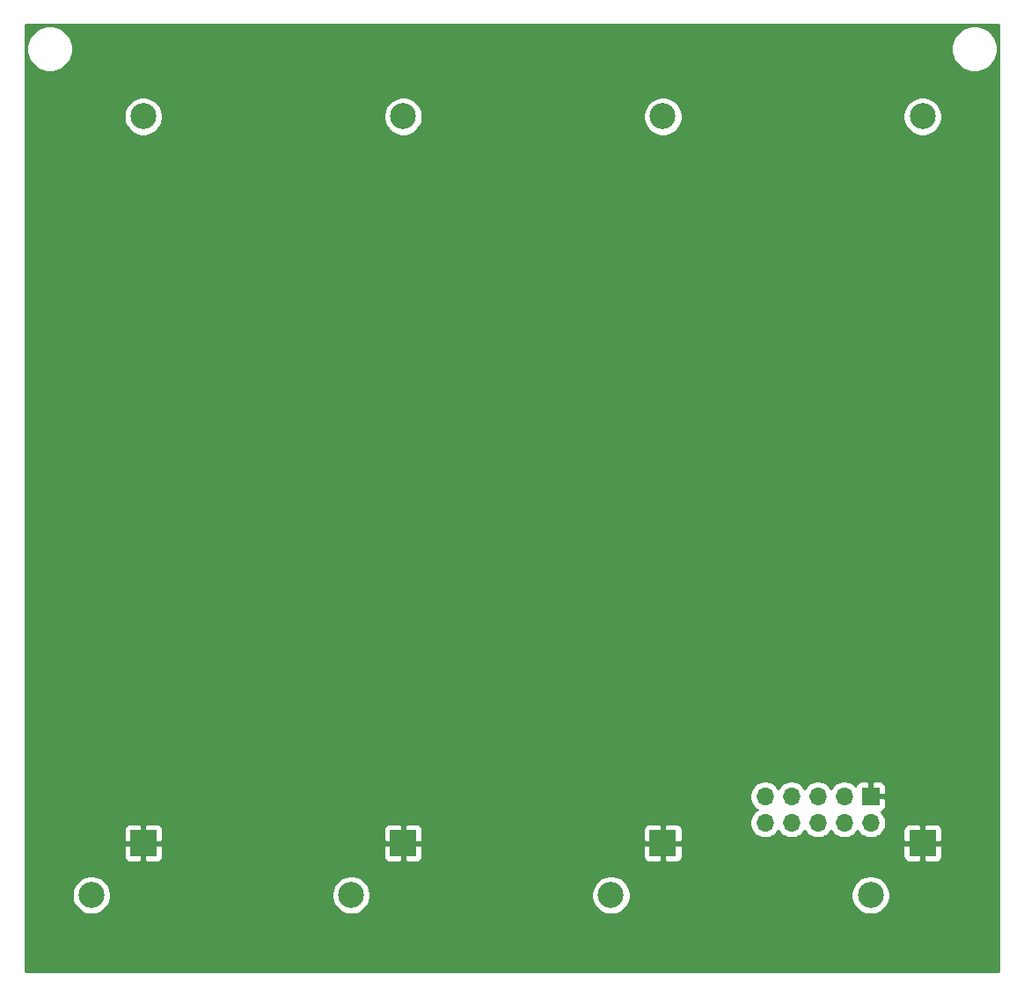
<source format=gbr>
%TF.GenerationSoftware,KiCad,Pcbnew,5.1.9-73d0e3b20d~88~ubuntu20.04.1*%
%TF.CreationDate,2021-04-01T10:52:46-04:00*%
%TF.ProjectId,ao_output,616f5f6f-7574-4707-9574-2e6b69636164,rev?*%
%TF.SameCoordinates,Original*%
%TF.FileFunction,Copper,L2,Bot*%
%TF.FilePolarity,Positive*%
%FSLAX46Y46*%
G04 Gerber Fmt 4.6, Leading zero omitted, Abs format (unit mm)*
G04 Created by KiCad (PCBNEW 5.1.9-73d0e3b20d~88~ubuntu20.04.1) date 2021-04-01 10:52:46*
%MOMM*%
%LPD*%
G01*
G04 APERTURE LIST*
%TA.AperFunction,ComponentPad*%
%ADD10O,1.700000X1.700000*%
%TD*%
%TA.AperFunction,ComponentPad*%
%ADD11R,1.700000X1.700000*%
%TD*%
%TA.AperFunction,ComponentPad*%
%ADD12R,2.500000X2.500000*%
%TD*%
%TA.AperFunction,ComponentPad*%
%ADD13C,2.500000*%
%TD*%
%TA.AperFunction,Conductor*%
%ADD14C,0.254000*%
%TD*%
%TA.AperFunction,Conductor*%
%ADD15C,0.100000*%
%TD*%
G04 APERTURE END LIST*
D10*
%TO.P,J11,10*%
%TO.N,IN4A*%
X-25660000Y-90040000D03*
%TO.P,J11,9*%
%TO.N,IN4*%
X-25660000Y-87500000D03*
%TO.P,J11,8*%
%TO.N,IN3A*%
X-23120000Y-90040000D03*
%TO.P,J11,7*%
%TO.N,IN3*%
X-23120000Y-87500000D03*
%TO.P,J11,6*%
%TO.N,IN2A*%
X-20580000Y-90040000D03*
%TO.P,J11,5*%
%TO.N,IN2*%
X-20580000Y-87500000D03*
%TO.P,J11,4*%
%TO.N,IN1A*%
X-18040000Y-90040000D03*
%TO.P,J11,3*%
%TO.N,IN1*%
X-18040000Y-87500000D03*
%TO.P,J11,2*%
%TO.N,Net-(J11-Pad2)*%
X-15500000Y-90040000D03*
D11*
%TO.P,J11,1*%
%TO.N,GND1*%
X-15500000Y-87500000D03*
%TD*%
D12*
%TO.P,RV2,1*%
%TO.N,GND1*%
X-35500000Y-92000000D03*
D13*
%TO.P,RV2,2*%
%TO.N,IN2A*%
X-40500000Y-97000000D03*
%TO.P,RV2,3*%
%TO.N,IN2*%
X-35500000Y-22000000D03*
%TD*%
D12*
%TO.P,RV1,1*%
%TO.N,GND1*%
X-10500000Y-92000000D03*
D13*
%TO.P,RV1,2*%
%TO.N,IN1A*%
X-15500000Y-97000000D03*
%TO.P,RV1,3*%
%TO.N,IN1*%
X-10500000Y-22000000D03*
%TD*%
D12*
%TO.P,RV4,1*%
%TO.N,GND1*%
X-85500000Y-92000000D03*
D13*
%TO.P,RV4,2*%
%TO.N,IN4A*%
X-90500000Y-97000000D03*
%TO.P,RV4,3*%
%TO.N,IN4*%
X-85500000Y-22000000D03*
%TD*%
D12*
%TO.P,RV3,1*%
%TO.N,GND1*%
X-60500000Y-92000000D03*
D13*
%TO.P,RV3,2*%
%TO.N,IN3A*%
X-65500000Y-97000000D03*
%TO.P,RV3,3*%
%TO.N,IN3*%
X-60500000Y-22000000D03*
%TD*%
D14*
%TO.N,GND1*%
X-3184999Y-104315000D02*
X-96815000Y-104315000D01*
X-96815000Y-96814344D01*
X-92385000Y-96814344D01*
X-92385000Y-97185656D01*
X-92312561Y-97549834D01*
X-92170466Y-97892882D01*
X-91964175Y-98201618D01*
X-91701618Y-98464175D01*
X-91392882Y-98670466D01*
X-91049834Y-98812561D01*
X-90685656Y-98885000D01*
X-90314344Y-98885000D01*
X-89950166Y-98812561D01*
X-89607118Y-98670466D01*
X-89298382Y-98464175D01*
X-89035825Y-98201618D01*
X-88829534Y-97892882D01*
X-88687439Y-97549834D01*
X-88615000Y-97185656D01*
X-88615000Y-96814344D01*
X-67385000Y-96814344D01*
X-67385000Y-97185656D01*
X-67312561Y-97549834D01*
X-67170466Y-97892882D01*
X-66964175Y-98201618D01*
X-66701618Y-98464175D01*
X-66392882Y-98670466D01*
X-66049834Y-98812561D01*
X-65685656Y-98885000D01*
X-65314344Y-98885000D01*
X-64950166Y-98812561D01*
X-64607118Y-98670466D01*
X-64298382Y-98464175D01*
X-64035825Y-98201618D01*
X-63829534Y-97892882D01*
X-63687439Y-97549834D01*
X-63615000Y-97185656D01*
X-63615000Y-96814344D01*
X-42385000Y-96814344D01*
X-42385000Y-97185656D01*
X-42312561Y-97549834D01*
X-42170466Y-97892882D01*
X-41964175Y-98201618D01*
X-41701618Y-98464175D01*
X-41392882Y-98670466D01*
X-41049834Y-98812561D01*
X-40685656Y-98885000D01*
X-40314344Y-98885000D01*
X-39950166Y-98812561D01*
X-39607118Y-98670466D01*
X-39298382Y-98464175D01*
X-39035825Y-98201618D01*
X-38829534Y-97892882D01*
X-38687439Y-97549834D01*
X-38615000Y-97185656D01*
X-38615000Y-96814344D01*
X-17385000Y-96814344D01*
X-17385000Y-97185656D01*
X-17312561Y-97549834D01*
X-17170466Y-97892882D01*
X-16964175Y-98201618D01*
X-16701618Y-98464175D01*
X-16392882Y-98670466D01*
X-16049834Y-98812561D01*
X-15685656Y-98885000D01*
X-15314344Y-98885000D01*
X-14950166Y-98812561D01*
X-14607118Y-98670466D01*
X-14298382Y-98464175D01*
X-14035825Y-98201618D01*
X-13829534Y-97892882D01*
X-13687439Y-97549834D01*
X-13615000Y-97185656D01*
X-13615000Y-96814344D01*
X-13687439Y-96450166D01*
X-13829534Y-96107118D01*
X-14035825Y-95798382D01*
X-14298382Y-95535825D01*
X-14607118Y-95329534D01*
X-14950166Y-95187439D01*
X-15314344Y-95115000D01*
X-15685656Y-95115000D01*
X-16049834Y-95187439D01*
X-16392882Y-95329534D01*
X-16701618Y-95535825D01*
X-16964175Y-95798382D01*
X-17170466Y-96107118D01*
X-17312561Y-96450166D01*
X-17385000Y-96814344D01*
X-38615000Y-96814344D01*
X-38687439Y-96450166D01*
X-38829534Y-96107118D01*
X-39035825Y-95798382D01*
X-39298382Y-95535825D01*
X-39607118Y-95329534D01*
X-39950166Y-95187439D01*
X-40314344Y-95115000D01*
X-40685656Y-95115000D01*
X-41049834Y-95187439D01*
X-41392882Y-95329534D01*
X-41701618Y-95535825D01*
X-41964175Y-95798382D01*
X-42170466Y-96107118D01*
X-42312561Y-96450166D01*
X-42385000Y-96814344D01*
X-63615000Y-96814344D01*
X-63687439Y-96450166D01*
X-63829534Y-96107118D01*
X-64035825Y-95798382D01*
X-64298382Y-95535825D01*
X-64607118Y-95329534D01*
X-64950166Y-95187439D01*
X-65314344Y-95115000D01*
X-65685656Y-95115000D01*
X-66049834Y-95187439D01*
X-66392882Y-95329534D01*
X-66701618Y-95535825D01*
X-66964175Y-95798382D01*
X-67170466Y-96107118D01*
X-67312561Y-96450166D01*
X-67385000Y-96814344D01*
X-88615000Y-96814344D01*
X-88687439Y-96450166D01*
X-88829534Y-96107118D01*
X-89035825Y-95798382D01*
X-89298382Y-95535825D01*
X-89607118Y-95329534D01*
X-89950166Y-95187439D01*
X-90314344Y-95115000D01*
X-90685656Y-95115000D01*
X-91049834Y-95187439D01*
X-91392882Y-95329534D01*
X-91701618Y-95535825D01*
X-91964175Y-95798382D01*
X-92170466Y-96107118D01*
X-92312561Y-96450166D01*
X-92385000Y-96814344D01*
X-96815000Y-96814344D01*
X-96815000Y-93250000D01*
X-87388072Y-93250000D01*
X-87375812Y-93374482D01*
X-87339502Y-93494180D01*
X-87280537Y-93604494D01*
X-87201185Y-93701185D01*
X-87104494Y-93780537D01*
X-86994180Y-93839502D01*
X-86874482Y-93875812D01*
X-86750000Y-93888072D01*
X-85785750Y-93885000D01*
X-85627000Y-93726250D01*
X-85627000Y-92127000D01*
X-85373000Y-92127000D01*
X-85373000Y-93726250D01*
X-85214250Y-93885000D01*
X-84250000Y-93888072D01*
X-84125518Y-93875812D01*
X-84005820Y-93839502D01*
X-83895506Y-93780537D01*
X-83798815Y-93701185D01*
X-83719463Y-93604494D01*
X-83660498Y-93494180D01*
X-83624188Y-93374482D01*
X-83611928Y-93250000D01*
X-62388072Y-93250000D01*
X-62375812Y-93374482D01*
X-62339502Y-93494180D01*
X-62280537Y-93604494D01*
X-62201185Y-93701185D01*
X-62104494Y-93780537D01*
X-61994180Y-93839502D01*
X-61874482Y-93875812D01*
X-61750000Y-93888072D01*
X-60785750Y-93885000D01*
X-60627000Y-93726250D01*
X-60627000Y-92127000D01*
X-60373000Y-92127000D01*
X-60373000Y-93726250D01*
X-60214250Y-93885000D01*
X-59250000Y-93888072D01*
X-59125518Y-93875812D01*
X-59005820Y-93839502D01*
X-58895506Y-93780537D01*
X-58798815Y-93701185D01*
X-58719463Y-93604494D01*
X-58660498Y-93494180D01*
X-58624188Y-93374482D01*
X-58611928Y-93250000D01*
X-37388072Y-93250000D01*
X-37375812Y-93374482D01*
X-37339502Y-93494180D01*
X-37280537Y-93604494D01*
X-37201185Y-93701185D01*
X-37104494Y-93780537D01*
X-36994180Y-93839502D01*
X-36874482Y-93875812D01*
X-36750000Y-93888072D01*
X-35785750Y-93885000D01*
X-35627000Y-93726250D01*
X-35627000Y-92127000D01*
X-35373000Y-92127000D01*
X-35373000Y-93726250D01*
X-35214250Y-93885000D01*
X-34250000Y-93888072D01*
X-34125518Y-93875812D01*
X-34005820Y-93839502D01*
X-33895506Y-93780537D01*
X-33798815Y-93701185D01*
X-33719463Y-93604494D01*
X-33660498Y-93494180D01*
X-33624188Y-93374482D01*
X-33611928Y-93250000D01*
X-12388072Y-93250000D01*
X-12375812Y-93374482D01*
X-12339502Y-93494180D01*
X-12280537Y-93604494D01*
X-12201185Y-93701185D01*
X-12104494Y-93780537D01*
X-11994180Y-93839502D01*
X-11874482Y-93875812D01*
X-11750000Y-93888072D01*
X-10785750Y-93885000D01*
X-10627000Y-93726250D01*
X-10627000Y-92127000D01*
X-10373000Y-92127000D01*
X-10373000Y-93726250D01*
X-10214250Y-93885000D01*
X-9250000Y-93888072D01*
X-9125518Y-93875812D01*
X-9005820Y-93839502D01*
X-8895506Y-93780537D01*
X-8798815Y-93701185D01*
X-8719463Y-93604494D01*
X-8660498Y-93494180D01*
X-8624188Y-93374482D01*
X-8611928Y-93250000D01*
X-8615000Y-92285750D01*
X-8773750Y-92127000D01*
X-10373000Y-92127000D01*
X-10627000Y-92127000D01*
X-12226250Y-92127000D01*
X-12385000Y-92285750D01*
X-12388072Y-93250000D01*
X-33611928Y-93250000D01*
X-33615000Y-92285750D01*
X-33773750Y-92127000D01*
X-35373000Y-92127000D01*
X-35627000Y-92127000D01*
X-37226250Y-92127000D01*
X-37385000Y-92285750D01*
X-37388072Y-93250000D01*
X-58611928Y-93250000D01*
X-58615000Y-92285750D01*
X-58773750Y-92127000D01*
X-60373000Y-92127000D01*
X-60627000Y-92127000D01*
X-62226250Y-92127000D01*
X-62385000Y-92285750D01*
X-62388072Y-93250000D01*
X-83611928Y-93250000D01*
X-83615000Y-92285750D01*
X-83773750Y-92127000D01*
X-85373000Y-92127000D01*
X-85627000Y-92127000D01*
X-87226250Y-92127000D01*
X-87385000Y-92285750D01*
X-87388072Y-93250000D01*
X-96815000Y-93250000D01*
X-96815000Y-90750000D01*
X-87388072Y-90750000D01*
X-87385000Y-91714250D01*
X-87226250Y-91873000D01*
X-85627000Y-91873000D01*
X-85627000Y-90273750D01*
X-85373000Y-90273750D01*
X-85373000Y-91873000D01*
X-83773750Y-91873000D01*
X-83615000Y-91714250D01*
X-83611928Y-90750000D01*
X-62388072Y-90750000D01*
X-62385000Y-91714250D01*
X-62226250Y-91873000D01*
X-60627000Y-91873000D01*
X-60627000Y-90273750D01*
X-60373000Y-90273750D01*
X-60373000Y-91873000D01*
X-58773750Y-91873000D01*
X-58615000Y-91714250D01*
X-58611928Y-90750000D01*
X-37388072Y-90750000D01*
X-37385000Y-91714250D01*
X-37226250Y-91873000D01*
X-35627000Y-91873000D01*
X-35627000Y-90273750D01*
X-35373000Y-90273750D01*
X-35373000Y-91873000D01*
X-33773750Y-91873000D01*
X-33615000Y-91714250D01*
X-33611928Y-90750000D01*
X-33624188Y-90625518D01*
X-33660498Y-90505820D01*
X-33719463Y-90395506D01*
X-33798815Y-90298815D01*
X-33895506Y-90219463D01*
X-34005820Y-90160498D01*
X-34125518Y-90124188D01*
X-34250000Y-90111928D01*
X-35214250Y-90115000D01*
X-35373000Y-90273750D01*
X-35627000Y-90273750D01*
X-35785750Y-90115000D01*
X-36750000Y-90111928D01*
X-36874482Y-90124188D01*
X-36994180Y-90160498D01*
X-37104494Y-90219463D01*
X-37201185Y-90298815D01*
X-37280537Y-90395506D01*
X-37339502Y-90505820D01*
X-37375812Y-90625518D01*
X-37388072Y-90750000D01*
X-58611928Y-90750000D01*
X-58624188Y-90625518D01*
X-58660498Y-90505820D01*
X-58719463Y-90395506D01*
X-58798815Y-90298815D01*
X-58895506Y-90219463D01*
X-59005820Y-90160498D01*
X-59125518Y-90124188D01*
X-59250000Y-90111928D01*
X-60214250Y-90115000D01*
X-60373000Y-90273750D01*
X-60627000Y-90273750D01*
X-60785750Y-90115000D01*
X-61750000Y-90111928D01*
X-61874482Y-90124188D01*
X-61994180Y-90160498D01*
X-62104494Y-90219463D01*
X-62201185Y-90298815D01*
X-62280537Y-90395506D01*
X-62339502Y-90505820D01*
X-62375812Y-90625518D01*
X-62388072Y-90750000D01*
X-83611928Y-90750000D01*
X-83624188Y-90625518D01*
X-83660498Y-90505820D01*
X-83719463Y-90395506D01*
X-83798815Y-90298815D01*
X-83895506Y-90219463D01*
X-84005820Y-90160498D01*
X-84125518Y-90124188D01*
X-84250000Y-90111928D01*
X-85214250Y-90115000D01*
X-85373000Y-90273750D01*
X-85627000Y-90273750D01*
X-85785750Y-90115000D01*
X-86750000Y-90111928D01*
X-86874482Y-90124188D01*
X-86994180Y-90160498D01*
X-87104494Y-90219463D01*
X-87201185Y-90298815D01*
X-87280537Y-90395506D01*
X-87339502Y-90505820D01*
X-87375812Y-90625518D01*
X-87388072Y-90750000D01*
X-96815000Y-90750000D01*
X-96815000Y-87353740D01*
X-27145000Y-87353740D01*
X-27145000Y-87646260D01*
X-27087932Y-87933158D01*
X-26975990Y-88203411D01*
X-26813475Y-88446632D01*
X-26606632Y-88653475D01*
X-26432240Y-88770000D01*
X-26606632Y-88886525D01*
X-26813475Y-89093368D01*
X-26975990Y-89336589D01*
X-27087932Y-89606842D01*
X-27145000Y-89893740D01*
X-27145000Y-90186260D01*
X-27087932Y-90473158D01*
X-26975990Y-90743411D01*
X-26813475Y-90986632D01*
X-26606632Y-91193475D01*
X-26363411Y-91355990D01*
X-26093158Y-91467932D01*
X-25806260Y-91525000D01*
X-25513740Y-91525000D01*
X-25226842Y-91467932D01*
X-24956589Y-91355990D01*
X-24713368Y-91193475D01*
X-24506525Y-90986632D01*
X-24390000Y-90812240D01*
X-24273475Y-90986632D01*
X-24066632Y-91193475D01*
X-23823411Y-91355990D01*
X-23553158Y-91467932D01*
X-23266260Y-91525000D01*
X-22973740Y-91525000D01*
X-22686842Y-91467932D01*
X-22416589Y-91355990D01*
X-22173368Y-91193475D01*
X-21966525Y-90986632D01*
X-21850000Y-90812240D01*
X-21733475Y-90986632D01*
X-21526632Y-91193475D01*
X-21283411Y-91355990D01*
X-21013158Y-91467932D01*
X-20726260Y-91525000D01*
X-20433740Y-91525000D01*
X-20146842Y-91467932D01*
X-19876589Y-91355990D01*
X-19633368Y-91193475D01*
X-19426525Y-90986632D01*
X-19310000Y-90812240D01*
X-19193475Y-90986632D01*
X-18986632Y-91193475D01*
X-18743411Y-91355990D01*
X-18473158Y-91467932D01*
X-18186260Y-91525000D01*
X-17893740Y-91525000D01*
X-17606842Y-91467932D01*
X-17336589Y-91355990D01*
X-17093368Y-91193475D01*
X-16886525Y-90986632D01*
X-16770000Y-90812240D01*
X-16653475Y-90986632D01*
X-16446632Y-91193475D01*
X-16203411Y-91355990D01*
X-15933158Y-91467932D01*
X-15646260Y-91525000D01*
X-15353740Y-91525000D01*
X-15066842Y-91467932D01*
X-14796589Y-91355990D01*
X-14553368Y-91193475D01*
X-14346525Y-90986632D01*
X-14188413Y-90750000D01*
X-12388072Y-90750000D01*
X-12385000Y-91714250D01*
X-12226250Y-91873000D01*
X-10627000Y-91873000D01*
X-10627000Y-90273750D01*
X-10373000Y-90273750D01*
X-10373000Y-91873000D01*
X-8773750Y-91873000D01*
X-8615000Y-91714250D01*
X-8611928Y-90750000D01*
X-8624188Y-90625518D01*
X-8660498Y-90505820D01*
X-8719463Y-90395506D01*
X-8798815Y-90298815D01*
X-8895506Y-90219463D01*
X-9005820Y-90160498D01*
X-9125518Y-90124188D01*
X-9250000Y-90111928D01*
X-10214250Y-90115000D01*
X-10373000Y-90273750D01*
X-10627000Y-90273750D01*
X-10785750Y-90115000D01*
X-11750000Y-90111928D01*
X-11874482Y-90124188D01*
X-11994180Y-90160498D01*
X-12104494Y-90219463D01*
X-12201185Y-90298815D01*
X-12280537Y-90395506D01*
X-12339502Y-90505820D01*
X-12375812Y-90625518D01*
X-12388072Y-90750000D01*
X-14188413Y-90750000D01*
X-14184010Y-90743411D01*
X-14072068Y-90473158D01*
X-14015000Y-90186260D01*
X-14015000Y-89893740D01*
X-14072068Y-89606842D01*
X-14184010Y-89336589D01*
X-14346525Y-89093368D01*
X-14478380Y-88961513D01*
X-14405820Y-88939502D01*
X-14295506Y-88880537D01*
X-14198815Y-88801185D01*
X-14119463Y-88704494D01*
X-14060498Y-88594180D01*
X-14024188Y-88474482D01*
X-14011928Y-88350000D01*
X-14015000Y-87785750D01*
X-14173750Y-87627000D01*
X-15373000Y-87627000D01*
X-15373000Y-87647000D01*
X-15627000Y-87647000D01*
X-15627000Y-87627000D01*
X-15647000Y-87627000D01*
X-15647000Y-87373000D01*
X-15627000Y-87373000D01*
X-15627000Y-86173750D01*
X-15373000Y-86173750D01*
X-15373000Y-87373000D01*
X-14173750Y-87373000D01*
X-14015000Y-87214250D01*
X-14011928Y-86650000D01*
X-14024188Y-86525518D01*
X-14060498Y-86405820D01*
X-14119463Y-86295506D01*
X-14198815Y-86198815D01*
X-14295506Y-86119463D01*
X-14405820Y-86060498D01*
X-14525518Y-86024188D01*
X-14650000Y-86011928D01*
X-15214250Y-86015000D01*
X-15373000Y-86173750D01*
X-15627000Y-86173750D01*
X-15785750Y-86015000D01*
X-16350000Y-86011928D01*
X-16474482Y-86024188D01*
X-16594180Y-86060498D01*
X-16704494Y-86119463D01*
X-16801185Y-86198815D01*
X-16880537Y-86295506D01*
X-16939502Y-86405820D01*
X-16961513Y-86478380D01*
X-17093368Y-86346525D01*
X-17336589Y-86184010D01*
X-17606842Y-86072068D01*
X-17893740Y-86015000D01*
X-18186260Y-86015000D01*
X-18473158Y-86072068D01*
X-18743411Y-86184010D01*
X-18986632Y-86346525D01*
X-19193475Y-86553368D01*
X-19310000Y-86727760D01*
X-19426525Y-86553368D01*
X-19633368Y-86346525D01*
X-19876589Y-86184010D01*
X-20146842Y-86072068D01*
X-20433740Y-86015000D01*
X-20726260Y-86015000D01*
X-21013158Y-86072068D01*
X-21283411Y-86184010D01*
X-21526632Y-86346525D01*
X-21733475Y-86553368D01*
X-21850000Y-86727760D01*
X-21966525Y-86553368D01*
X-22173368Y-86346525D01*
X-22416589Y-86184010D01*
X-22686842Y-86072068D01*
X-22973740Y-86015000D01*
X-23266260Y-86015000D01*
X-23553158Y-86072068D01*
X-23823411Y-86184010D01*
X-24066632Y-86346525D01*
X-24273475Y-86553368D01*
X-24390000Y-86727760D01*
X-24506525Y-86553368D01*
X-24713368Y-86346525D01*
X-24956589Y-86184010D01*
X-25226842Y-86072068D01*
X-25513740Y-86015000D01*
X-25806260Y-86015000D01*
X-26093158Y-86072068D01*
X-26363411Y-86184010D01*
X-26606632Y-86346525D01*
X-26813475Y-86553368D01*
X-26975990Y-86796589D01*
X-27087932Y-87066842D01*
X-27145000Y-87353740D01*
X-96815000Y-87353740D01*
X-96815000Y-21814344D01*
X-87385000Y-21814344D01*
X-87385000Y-22185656D01*
X-87312561Y-22549834D01*
X-87170466Y-22892882D01*
X-86964175Y-23201618D01*
X-86701618Y-23464175D01*
X-86392882Y-23670466D01*
X-86049834Y-23812561D01*
X-85685656Y-23885000D01*
X-85314344Y-23885000D01*
X-84950166Y-23812561D01*
X-84607118Y-23670466D01*
X-84298382Y-23464175D01*
X-84035825Y-23201618D01*
X-83829534Y-22892882D01*
X-83687439Y-22549834D01*
X-83615000Y-22185656D01*
X-83615000Y-21814344D01*
X-62385000Y-21814344D01*
X-62385000Y-22185656D01*
X-62312561Y-22549834D01*
X-62170466Y-22892882D01*
X-61964175Y-23201618D01*
X-61701618Y-23464175D01*
X-61392882Y-23670466D01*
X-61049834Y-23812561D01*
X-60685656Y-23885000D01*
X-60314344Y-23885000D01*
X-59950166Y-23812561D01*
X-59607118Y-23670466D01*
X-59298382Y-23464175D01*
X-59035825Y-23201618D01*
X-58829534Y-22892882D01*
X-58687439Y-22549834D01*
X-58615000Y-22185656D01*
X-58615000Y-21814344D01*
X-37385000Y-21814344D01*
X-37385000Y-22185656D01*
X-37312561Y-22549834D01*
X-37170466Y-22892882D01*
X-36964175Y-23201618D01*
X-36701618Y-23464175D01*
X-36392882Y-23670466D01*
X-36049834Y-23812561D01*
X-35685656Y-23885000D01*
X-35314344Y-23885000D01*
X-34950166Y-23812561D01*
X-34607118Y-23670466D01*
X-34298382Y-23464175D01*
X-34035825Y-23201618D01*
X-33829534Y-22892882D01*
X-33687439Y-22549834D01*
X-33615000Y-22185656D01*
X-33615000Y-21814344D01*
X-12385000Y-21814344D01*
X-12385000Y-22185656D01*
X-12312561Y-22549834D01*
X-12170466Y-22892882D01*
X-11964175Y-23201618D01*
X-11701618Y-23464175D01*
X-11392882Y-23670466D01*
X-11049834Y-23812561D01*
X-10685656Y-23885000D01*
X-10314344Y-23885000D01*
X-9950166Y-23812561D01*
X-9607118Y-23670466D01*
X-9298382Y-23464175D01*
X-9035825Y-23201618D01*
X-8829534Y-22892882D01*
X-8687439Y-22549834D01*
X-8615000Y-22185656D01*
X-8615000Y-21814344D01*
X-8687439Y-21450166D01*
X-8829534Y-21107118D01*
X-9035825Y-20798382D01*
X-9298382Y-20535825D01*
X-9607118Y-20329534D01*
X-9950166Y-20187439D01*
X-10314344Y-20115000D01*
X-10685656Y-20115000D01*
X-11049834Y-20187439D01*
X-11392882Y-20329534D01*
X-11701618Y-20535825D01*
X-11964175Y-20798382D01*
X-12170466Y-21107118D01*
X-12312561Y-21450166D01*
X-12385000Y-21814344D01*
X-33615000Y-21814344D01*
X-33687439Y-21450166D01*
X-33829534Y-21107118D01*
X-34035825Y-20798382D01*
X-34298382Y-20535825D01*
X-34607118Y-20329534D01*
X-34950166Y-20187439D01*
X-35314344Y-20115000D01*
X-35685656Y-20115000D01*
X-36049834Y-20187439D01*
X-36392882Y-20329534D01*
X-36701618Y-20535825D01*
X-36964175Y-20798382D01*
X-37170466Y-21107118D01*
X-37312561Y-21450166D01*
X-37385000Y-21814344D01*
X-58615000Y-21814344D01*
X-58687439Y-21450166D01*
X-58829534Y-21107118D01*
X-59035825Y-20798382D01*
X-59298382Y-20535825D01*
X-59607118Y-20329534D01*
X-59950166Y-20187439D01*
X-60314344Y-20115000D01*
X-60685656Y-20115000D01*
X-61049834Y-20187439D01*
X-61392882Y-20329534D01*
X-61701618Y-20535825D01*
X-61964175Y-20798382D01*
X-62170466Y-21107118D01*
X-62312561Y-21450166D01*
X-62385000Y-21814344D01*
X-83615000Y-21814344D01*
X-83687439Y-21450166D01*
X-83829534Y-21107118D01*
X-84035825Y-20798382D01*
X-84298382Y-20535825D01*
X-84607118Y-20329534D01*
X-84950166Y-20187439D01*
X-85314344Y-20115000D01*
X-85685656Y-20115000D01*
X-86049834Y-20187439D01*
X-86392882Y-20329534D01*
X-86701618Y-20535825D01*
X-86964175Y-20798382D01*
X-87170466Y-21107118D01*
X-87312561Y-21450166D01*
X-87385000Y-21814344D01*
X-96815000Y-21814344D01*
X-96815000Y-15279872D01*
X-96735000Y-15279872D01*
X-96735000Y-15720128D01*
X-96649110Y-16151925D01*
X-96480631Y-16558669D01*
X-96236038Y-16924729D01*
X-95924729Y-17236038D01*
X-95558669Y-17480631D01*
X-95151925Y-17649110D01*
X-94720128Y-17735000D01*
X-94279872Y-17735000D01*
X-93848075Y-17649110D01*
X-93441331Y-17480631D01*
X-93075271Y-17236038D01*
X-92763962Y-16924729D01*
X-92519369Y-16558669D01*
X-92350890Y-16151925D01*
X-92265000Y-15720128D01*
X-92265000Y-15279872D01*
X-7735000Y-15279872D01*
X-7735000Y-15720128D01*
X-7649110Y-16151925D01*
X-7480631Y-16558669D01*
X-7236038Y-16924729D01*
X-6924729Y-17236038D01*
X-6558669Y-17480631D01*
X-6151925Y-17649110D01*
X-5720128Y-17735000D01*
X-5279872Y-17735000D01*
X-4848075Y-17649110D01*
X-4441331Y-17480631D01*
X-4075271Y-17236038D01*
X-3763962Y-16924729D01*
X-3519369Y-16558669D01*
X-3350890Y-16151925D01*
X-3265000Y-15720128D01*
X-3265000Y-15279872D01*
X-3350890Y-14848075D01*
X-3519369Y-14441331D01*
X-3763962Y-14075271D01*
X-4075271Y-13763962D01*
X-4441331Y-13519369D01*
X-4848075Y-13350890D01*
X-5279872Y-13265000D01*
X-5720128Y-13265000D01*
X-6151925Y-13350890D01*
X-6558669Y-13519369D01*
X-6924729Y-13763962D01*
X-7236038Y-14075271D01*
X-7480631Y-14441331D01*
X-7649110Y-14848075D01*
X-7735000Y-15279872D01*
X-92265000Y-15279872D01*
X-92350890Y-14848075D01*
X-92519369Y-14441331D01*
X-92763962Y-14075271D01*
X-93075271Y-13763962D01*
X-93441331Y-13519369D01*
X-93848075Y-13350890D01*
X-94279872Y-13265000D01*
X-94720128Y-13265000D01*
X-95151925Y-13350890D01*
X-95558669Y-13519369D01*
X-95924729Y-13763962D01*
X-96236038Y-14075271D01*
X-96480631Y-14441331D01*
X-96649110Y-14848075D01*
X-96735000Y-15279872D01*
X-96815000Y-15279872D01*
X-96815000Y-13185000D01*
X-3185000Y-13185000D01*
X-3184999Y-104315000D01*
%TA.AperFunction,Conductor*%
D15*
G36*
X-3184999Y-104315000D02*
G01*
X-96815000Y-104315000D01*
X-96815000Y-96814344D01*
X-92385000Y-96814344D01*
X-92385000Y-97185656D01*
X-92312561Y-97549834D01*
X-92170466Y-97892882D01*
X-91964175Y-98201618D01*
X-91701618Y-98464175D01*
X-91392882Y-98670466D01*
X-91049834Y-98812561D01*
X-90685656Y-98885000D01*
X-90314344Y-98885000D01*
X-89950166Y-98812561D01*
X-89607118Y-98670466D01*
X-89298382Y-98464175D01*
X-89035825Y-98201618D01*
X-88829534Y-97892882D01*
X-88687439Y-97549834D01*
X-88615000Y-97185656D01*
X-88615000Y-96814344D01*
X-67385000Y-96814344D01*
X-67385000Y-97185656D01*
X-67312561Y-97549834D01*
X-67170466Y-97892882D01*
X-66964175Y-98201618D01*
X-66701618Y-98464175D01*
X-66392882Y-98670466D01*
X-66049834Y-98812561D01*
X-65685656Y-98885000D01*
X-65314344Y-98885000D01*
X-64950166Y-98812561D01*
X-64607118Y-98670466D01*
X-64298382Y-98464175D01*
X-64035825Y-98201618D01*
X-63829534Y-97892882D01*
X-63687439Y-97549834D01*
X-63615000Y-97185656D01*
X-63615000Y-96814344D01*
X-42385000Y-96814344D01*
X-42385000Y-97185656D01*
X-42312561Y-97549834D01*
X-42170466Y-97892882D01*
X-41964175Y-98201618D01*
X-41701618Y-98464175D01*
X-41392882Y-98670466D01*
X-41049834Y-98812561D01*
X-40685656Y-98885000D01*
X-40314344Y-98885000D01*
X-39950166Y-98812561D01*
X-39607118Y-98670466D01*
X-39298382Y-98464175D01*
X-39035825Y-98201618D01*
X-38829534Y-97892882D01*
X-38687439Y-97549834D01*
X-38615000Y-97185656D01*
X-38615000Y-96814344D01*
X-17385000Y-96814344D01*
X-17385000Y-97185656D01*
X-17312561Y-97549834D01*
X-17170466Y-97892882D01*
X-16964175Y-98201618D01*
X-16701618Y-98464175D01*
X-16392882Y-98670466D01*
X-16049834Y-98812561D01*
X-15685656Y-98885000D01*
X-15314344Y-98885000D01*
X-14950166Y-98812561D01*
X-14607118Y-98670466D01*
X-14298382Y-98464175D01*
X-14035825Y-98201618D01*
X-13829534Y-97892882D01*
X-13687439Y-97549834D01*
X-13615000Y-97185656D01*
X-13615000Y-96814344D01*
X-13687439Y-96450166D01*
X-13829534Y-96107118D01*
X-14035825Y-95798382D01*
X-14298382Y-95535825D01*
X-14607118Y-95329534D01*
X-14950166Y-95187439D01*
X-15314344Y-95115000D01*
X-15685656Y-95115000D01*
X-16049834Y-95187439D01*
X-16392882Y-95329534D01*
X-16701618Y-95535825D01*
X-16964175Y-95798382D01*
X-17170466Y-96107118D01*
X-17312561Y-96450166D01*
X-17385000Y-96814344D01*
X-38615000Y-96814344D01*
X-38687439Y-96450166D01*
X-38829534Y-96107118D01*
X-39035825Y-95798382D01*
X-39298382Y-95535825D01*
X-39607118Y-95329534D01*
X-39950166Y-95187439D01*
X-40314344Y-95115000D01*
X-40685656Y-95115000D01*
X-41049834Y-95187439D01*
X-41392882Y-95329534D01*
X-41701618Y-95535825D01*
X-41964175Y-95798382D01*
X-42170466Y-96107118D01*
X-42312561Y-96450166D01*
X-42385000Y-96814344D01*
X-63615000Y-96814344D01*
X-63687439Y-96450166D01*
X-63829534Y-96107118D01*
X-64035825Y-95798382D01*
X-64298382Y-95535825D01*
X-64607118Y-95329534D01*
X-64950166Y-95187439D01*
X-65314344Y-95115000D01*
X-65685656Y-95115000D01*
X-66049834Y-95187439D01*
X-66392882Y-95329534D01*
X-66701618Y-95535825D01*
X-66964175Y-95798382D01*
X-67170466Y-96107118D01*
X-67312561Y-96450166D01*
X-67385000Y-96814344D01*
X-88615000Y-96814344D01*
X-88687439Y-96450166D01*
X-88829534Y-96107118D01*
X-89035825Y-95798382D01*
X-89298382Y-95535825D01*
X-89607118Y-95329534D01*
X-89950166Y-95187439D01*
X-90314344Y-95115000D01*
X-90685656Y-95115000D01*
X-91049834Y-95187439D01*
X-91392882Y-95329534D01*
X-91701618Y-95535825D01*
X-91964175Y-95798382D01*
X-92170466Y-96107118D01*
X-92312561Y-96450166D01*
X-92385000Y-96814344D01*
X-96815000Y-96814344D01*
X-96815000Y-93250000D01*
X-87388072Y-93250000D01*
X-87375812Y-93374482D01*
X-87339502Y-93494180D01*
X-87280537Y-93604494D01*
X-87201185Y-93701185D01*
X-87104494Y-93780537D01*
X-86994180Y-93839502D01*
X-86874482Y-93875812D01*
X-86750000Y-93888072D01*
X-85785750Y-93885000D01*
X-85627000Y-93726250D01*
X-85627000Y-92127000D01*
X-85373000Y-92127000D01*
X-85373000Y-93726250D01*
X-85214250Y-93885000D01*
X-84250000Y-93888072D01*
X-84125518Y-93875812D01*
X-84005820Y-93839502D01*
X-83895506Y-93780537D01*
X-83798815Y-93701185D01*
X-83719463Y-93604494D01*
X-83660498Y-93494180D01*
X-83624188Y-93374482D01*
X-83611928Y-93250000D01*
X-62388072Y-93250000D01*
X-62375812Y-93374482D01*
X-62339502Y-93494180D01*
X-62280537Y-93604494D01*
X-62201185Y-93701185D01*
X-62104494Y-93780537D01*
X-61994180Y-93839502D01*
X-61874482Y-93875812D01*
X-61750000Y-93888072D01*
X-60785750Y-93885000D01*
X-60627000Y-93726250D01*
X-60627000Y-92127000D01*
X-60373000Y-92127000D01*
X-60373000Y-93726250D01*
X-60214250Y-93885000D01*
X-59250000Y-93888072D01*
X-59125518Y-93875812D01*
X-59005820Y-93839502D01*
X-58895506Y-93780537D01*
X-58798815Y-93701185D01*
X-58719463Y-93604494D01*
X-58660498Y-93494180D01*
X-58624188Y-93374482D01*
X-58611928Y-93250000D01*
X-37388072Y-93250000D01*
X-37375812Y-93374482D01*
X-37339502Y-93494180D01*
X-37280537Y-93604494D01*
X-37201185Y-93701185D01*
X-37104494Y-93780537D01*
X-36994180Y-93839502D01*
X-36874482Y-93875812D01*
X-36750000Y-93888072D01*
X-35785750Y-93885000D01*
X-35627000Y-93726250D01*
X-35627000Y-92127000D01*
X-35373000Y-92127000D01*
X-35373000Y-93726250D01*
X-35214250Y-93885000D01*
X-34250000Y-93888072D01*
X-34125518Y-93875812D01*
X-34005820Y-93839502D01*
X-33895506Y-93780537D01*
X-33798815Y-93701185D01*
X-33719463Y-93604494D01*
X-33660498Y-93494180D01*
X-33624188Y-93374482D01*
X-33611928Y-93250000D01*
X-12388072Y-93250000D01*
X-12375812Y-93374482D01*
X-12339502Y-93494180D01*
X-12280537Y-93604494D01*
X-12201185Y-93701185D01*
X-12104494Y-93780537D01*
X-11994180Y-93839502D01*
X-11874482Y-93875812D01*
X-11750000Y-93888072D01*
X-10785750Y-93885000D01*
X-10627000Y-93726250D01*
X-10627000Y-92127000D01*
X-10373000Y-92127000D01*
X-10373000Y-93726250D01*
X-10214250Y-93885000D01*
X-9250000Y-93888072D01*
X-9125518Y-93875812D01*
X-9005820Y-93839502D01*
X-8895506Y-93780537D01*
X-8798815Y-93701185D01*
X-8719463Y-93604494D01*
X-8660498Y-93494180D01*
X-8624188Y-93374482D01*
X-8611928Y-93250000D01*
X-8615000Y-92285750D01*
X-8773750Y-92127000D01*
X-10373000Y-92127000D01*
X-10627000Y-92127000D01*
X-12226250Y-92127000D01*
X-12385000Y-92285750D01*
X-12388072Y-93250000D01*
X-33611928Y-93250000D01*
X-33615000Y-92285750D01*
X-33773750Y-92127000D01*
X-35373000Y-92127000D01*
X-35627000Y-92127000D01*
X-37226250Y-92127000D01*
X-37385000Y-92285750D01*
X-37388072Y-93250000D01*
X-58611928Y-93250000D01*
X-58615000Y-92285750D01*
X-58773750Y-92127000D01*
X-60373000Y-92127000D01*
X-60627000Y-92127000D01*
X-62226250Y-92127000D01*
X-62385000Y-92285750D01*
X-62388072Y-93250000D01*
X-83611928Y-93250000D01*
X-83615000Y-92285750D01*
X-83773750Y-92127000D01*
X-85373000Y-92127000D01*
X-85627000Y-92127000D01*
X-87226250Y-92127000D01*
X-87385000Y-92285750D01*
X-87388072Y-93250000D01*
X-96815000Y-93250000D01*
X-96815000Y-90750000D01*
X-87388072Y-90750000D01*
X-87385000Y-91714250D01*
X-87226250Y-91873000D01*
X-85627000Y-91873000D01*
X-85627000Y-90273750D01*
X-85373000Y-90273750D01*
X-85373000Y-91873000D01*
X-83773750Y-91873000D01*
X-83615000Y-91714250D01*
X-83611928Y-90750000D01*
X-62388072Y-90750000D01*
X-62385000Y-91714250D01*
X-62226250Y-91873000D01*
X-60627000Y-91873000D01*
X-60627000Y-90273750D01*
X-60373000Y-90273750D01*
X-60373000Y-91873000D01*
X-58773750Y-91873000D01*
X-58615000Y-91714250D01*
X-58611928Y-90750000D01*
X-37388072Y-90750000D01*
X-37385000Y-91714250D01*
X-37226250Y-91873000D01*
X-35627000Y-91873000D01*
X-35627000Y-90273750D01*
X-35373000Y-90273750D01*
X-35373000Y-91873000D01*
X-33773750Y-91873000D01*
X-33615000Y-91714250D01*
X-33611928Y-90750000D01*
X-33624188Y-90625518D01*
X-33660498Y-90505820D01*
X-33719463Y-90395506D01*
X-33798815Y-90298815D01*
X-33895506Y-90219463D01*
X-34005820Y-90160498D01*
X-34125518Y-90124188D01*
X-34250000Y-90111928D01*
X-35214250Y-90115000D01*
X-35373000Y-90273750D01*
X-35627000Y-90273750D01*
X-35785750Y-90115000D01*
X-36750000Y-90111928D01*
X-36874482Y-90124188D01*
X-36994180Y-90160498D01*
X-37104494Y-90219463D01*
X-37201185Y-90298815D01*
X-37280537Y-90395506D01*
X-37339502Y-90505820D01*
X-37375812Y-90625518D01*
X-37388072Y-90750000D01*
X-58611928Y-90750000D01*
X-58624188Y-90625518D01*
X-58660498Y-90505820D01*
X-58719463Y-90395506D01*
X-58798815Y-90298815D01*
X-58895506Y-90219463D01*
X-59005820Y-90160498D01*
X-59125518Y-90124188D01*
X-59250000Y-90111928D01*
X-60214250Y-90115000D01*
X-60373000Y-90273750D01*
X-60627000Y-90273750D01*
X-60785750Y-90115000D01*
X-61750000Y-90111928D01*
X-61874482Y-90124188D01*
X-61994180Y-90160498D01*
X-62104494Y-90219463D01*
X-62201185Y-90298815D01*
X-62280537Y-90395506D01*
X-62339502Y-90505820D01*
X-62375812Y-90625518D01*
X-62388072Y-90750000D01*
X-83611928Y-90750000D01*
X-83624188Y-90625518D01*
X-83660498Y-90505820D01*
X-83719463Y-90395506D01*
X-83798815Y-90298815D01*
X-83895506Y-90219463D01*
X-84005820Y-90160498D01*
X-84125518Y-90124188D01*
X-84250000Y-90111928D01*
X-85214250Y-90115000D01*
X-85373000Y-90273750D01*
X-85627000Y-90273750D01*
X-85785750Y-90115000D01*
X-86750000Y-90111928D01*
X-86874482Y-90124188D01*
X-86994180Y-90160498D01*
X-87104494Y-90219463D01*
X-87201185Y-90298815D01*
X-87280537Y-90395506D01*
X-87339502Y-90505820D01*
X-87375812Y-90625518D01*
X-87388072Y-90750000D01*
X-96815000Y-90750000D01*
X-96815000Y-87353740D01*
X-27145000Y-87353740D01*
X-27145000Y-87646260D01*
X-27087932Y-87933158D01*
X-26975990Y-88203411D01*
X-26813475Y-88446632D01*
X-26606632Y-88653475D01*
X-26432240Y-88770000D01*
X-26606632Y-88886525D01*
X-26813475Y-89093368D01*
X-26975990Y-89336589D01*
X-27087932Y-89606842D01*
X-27145000Y-89893740D01*
X-27145000Y-90186260D01*
X-27087932Y-90473158D01*
X-26975990Y-90743411D01*
X-26813475Y-90986632D01*
X-26606632Y-91193475D01*
X-26363411Y-91355990D01*
X-26093158Y-91467932D01*
X-25806260Y-91525000D01*
X-25513740Y-91525000D01*
X-25226842Y-91467932D01*
X-24956589Y-91355990D01*
X-24713368Y-91193475D01*
X-24506525Y-90986632D01*
X-24390000Y-90812240D01*
X-24273475Y-90986632D01*
X-24066632Y-91193475D01*
X-23823411Y-91355990D01*
X-23553158Y-91467932D01*
X-23266260Y-91525000D01*
X-22973740Y-91525000D01*
X-22686842Y-91467932D01*
X-22416589Y-91355990D01*
X-22173368Y-91193475D01*
X-21966525Y-90986632D01*
X-21850000Y-90812240D01*
X-21733475Y-90986632D01*
X-21526632Y-91193475D01*
X-21283411Y-91355990D01*
X-21013158Y-91467932D01*
X-20726260Y-91525000D01*
X-20433740Y-91525000D01*
X-20146842Y-91467932D01*
X-19876589Y-91355990D01*
X-19633368Y-91193475D01*
X-19426525Y-90986632D01*
X-19310000Y-90812240D01*
X-19193475Y-90986632D01*
X-18986632Y-91193475D01*
X-18743411Y-91355990D01*
X-18473158Y-91467932D01*
X-18186260Y-91525000D01*
X-17893740Y-91525000D01*
X-17606842Y-91467932D01*
X-17336589Y-91355990D01*
X-17093368Y-91193475D01*
X-16886525Y-90986632D01*
X-16770000Y-90812240D01*
X-16653475Y-90986632D01*
X-16446632Y-91193475D01*
X-16203411Y-91355990D01*
X-15933158Y-91467932D01*
X-15646260Y-91525000D01*
X-15353740Y-91525000D01*
X-15066842Y-91467932D01*
X-14796589Y-91355990D01*
X-14553368Y-91193475D01*
X-14346525Y-90986632D01*
X-14188413Y-90750000D01*
X-12388072Y-90750000D01*
X-12385000Y-91714250D01*
X-12226250Y-91873000D01*
X-10627000Y-91873000D01*
X-10627000Y-90273750D01*
X-10373000Y-90273750D01*
X-10373000Y-91873000D01*
X-8773750Y-91873000D01*
X-8615000Y-91714250D01*
X-8611928Y-90750000D01*
X-8624188Y-90625518D01*
X-8660498Y-90505820D01*
X-8719463Y-90395506D01*
X-8798815Y-90298815D01*
X-8895506Y-90219463D01*
X-9005820Y-90160498D01*
X-9125518Y-90124188D01*
X-9250000Y-90111928D01*
X-10214250Y-90115000D01*
X-10373000Y-90273750D01*
X-10627000Y-90273750D01*
X-10785750Y-90115000D01*
X-11750000Y-90111928D01*
X-11874482Y-90124188D01*
X-11994180Y-90160498D01*
X-12104494Y-90219463D01*
X-12201185Y-90298815D01*
X-12280537Y-90395506D01*
X-12339502Y-90505820D01*
X-12375812Y-90625518D01*
X-12388072Y-90750000D01*
X-14188413Y-90750000D01*
X-14184010Y-90743411D01*
X-14072068Y-90473158D01*
X-14015000Y-90186260D01*
X-14015000Y-89893740D01*
X-14072068Y-89606842D01*
X-14184010Y-89336589D01*
X-14346525Y-89093368D01*
X-14478380Y-88961513D01*
X-14405820Y-88939502D01*
X-14295506Y-88880537D01*
X-14198815Y-88801185D01*
X-14119463Y-88704494D01*
X-14060498Y-88594180D01*
X-14024188Y-88474482D01*
X-14011928Y-88350000D01*
X-14015000Y-87785750D01*
X-14173750Y-87627000D01*
X-15373000Y-87627000D01*
X-15373000Y-87647000D01*
X-15627000Y-87647000D01*
X-15627000Y-87627000D01*
X-15647000Y-87627000D01*
X-15647000Y-87373000D01*
X-15627000Y-87373000D01*
X-15627000Y-86173750D01*
X-15373000Y-86173750D01*
X-15373000Y-87373000D01*
X-14173750Y-87373000D01*
X-14015000Y-87214250D01*
X-14011928Y-86650000D01*
X-14024188Y-86525518D01*
X-14060498Y-86405820D01*
X-14119463Y-86295506D01*
X-14198815Y-86198815D01*
X-14295506Y-86119463D01*
X-14405820Y-86060498D01*
X-14525518Y-86024188D01*
X-14650000Y-86011928D01*
X-15214250Y-86015000D01*
X-15373000Y-86173750D01*
X-15627000Y-86173750D01*
X-15785750Y-86015000D01*
X-16350000Y-86011928D01*
X-16474482Y-86024188D01*
X-16594180Y-86060498D01*
X-16704494Y-86119463D01*
X-16801185Y-86198815D01*
X-16880537Y-86295506D01*
X-16939502Y-86405820D01*
X-16961513Y-86478380D01*
X-17093368Y-86346525D01*
X-17336589Y-86184010D01*
X-17606842Y-86072068D01*
X-17893740Y-86015000D01*
X-18186260Y-86015000D01*
X-18473158Y-86072068D01*
X-18743411Y-86184010D01*
X-18986632Y-86346525D01*
X-19193475Y-86553368D01*
X-19310000Y-86727760D01*
X-19426525Y-86553368D01*
X-19633368Y-86346525D01*
X-19876589Y-86184010D01*
X-20146842Y-86072068D01*
X-20433740Y-86015000D01*
X-20726260Y-86015000D01*
X-21013158Y-86072068D01*
X-21283411Y-86184010D01*
X-21526632Y-86346525D01*
X-21733475Y-86553368D01*
X-21850000Y-86727760D01*
X-21966525Y-86553368D01*
X-22173368Y-86346525D01*
X-22416589Y-86184010D01*
X-22686842Y-86072068D01*
X-22973740Y-86015000D01*
X-23266260Y-86015000D01*
X-23553158Y-86072068D01*
X-23823411Y-86184010D01*
X-24066632Y-86346525D01*
X-24273475Y-86553368D01*
X-24390000Y-86727760D01*
X-24506525Y-86553368D01*
X-24713368Y-86346525D01*
X-24956589Y-86184010D01*
X-25226842Y-86072068D01*
X-25513740Y-86015000D01*
X-25806260Y-86015000D01*
X-26093158Y-86072068D01*
X-26363411Y-86184010D01*
X-26606632Y-86346525D01*
X-26813475Y-86553368D01*
X-26975990Y-86796589D01*
X-27087932Y-87066842D01*
X-27145000Y-87353740D01*
X-96815000Y-87353740D01*
X-96815000Y-21814344D01*
X-87385000Y-21814344D01*
X-87385000Y-22185656D01*
X-87312561Y-22549834D01*
X-87170466Y-22892882D01*
X-86964175Y-23201618D01*
X-86701618Y-23464175D01*
X-86392882Y-23670466D01*
X-86049834Y-23812561D01*
X-85685656Y-23885000D01*
X-85314344Y-23885000D01*
X-84950166Y-23812561D01*
X-84607118Y-23670466D01*
X-84298382Y-23464175D01*
X-84035825Y-23201618D01*
X-83829534Y-22892882D01*
X-83687439Y-22549834D01*
X-83615000Y-22185656D01*
X-83615000Y-21814344D01*
X-62385000Y-21814344D01*
X-62385000Y-22185656D01*
X-62312561Y-22549834D01*
X-62170466Y-22892882D01*
X-61964175Y-23201618D01*
X-61701618Y-23464175D01*
X-61392882Y-23670466D01*
X-61049834Y-23812561D01*
X-60685656Y-23885000D01*
X-60314344Y-23885000D01*
X-59950166Y-23812561D01*
X-59607118Y-23670466D01*
X-59298382Y-23464175D01*
X-59035825Y-23201618D01*
X-58829534Y-22892882D01*
X-58687439Y-22549834D01*
X-58615000Y-22185656D01*
X-58615000Y-21814344D01*
X-37385000Y-21814344D01*
X-37385000Y-22185656D01*
X-37312561Y-22549834D01*
X-37170466Y-22892882D01*
X-36964175Y-23201618D01*
X-36701618Y-23464175D01*
X-36392882Y-23670466D01*
X-36049834Y-23812561D01*
X-35685656Y-23885000D01*
X-35314344Y-23885000D01*
X-34950166Y-23812561D01*
X-34607118Y-23670466D01*
X-34298382Y-23464175D01*
X-34035825Y-23201618D01*
X-33829534Y-22892882D01*
X-33687439Y-22549834D01*
X-33615000Y-22185656D01*
X-33615000Y-21814344D01*
X-12385000Y-21814344D01*
X-12385000Y-22185656D01*
X-12312561Y-22549834D01*
X-12170466Y-22892882D01*
X-11964175Y-23201618D01*
X-11701618Y-23464175D01*
X-11392882Y-23670466D01*
X-11049834Y-23812561D01*
X-10685656Y-23885000D01*
X-10314344Y-23885000D01*
X-9950166Y-23812561D01*
X-9607118Y-23670466D01*
X-9298382Y-23464175D01*
X-9035825Y-23201618D01*
X-8829534Y-22892882D01*
X-8687439Y-22549834D01*
X-8615000Y-22185656D01*
X-8615000Y-21814344D01*
X-8687439Y-21450166D01*
X-8829534Y-21107118D01*
X-9035825Y-20798382D01*
X-9298382Y-20535825D01*
X-9607118Y-20329534D01*
X-9950166Y-20187439D01*
X-10314344Y-20115000D01*
X-10685656Y-20115000D01*
X-11049834Y-20187439D01*
X-11392882Y-20329534D01*
X-11701618Y-20535825D01*
X-11964175Y-20798382D01*
X-12170466Y-21107118D01*
X-12312561Y-21450166D01*
X-12385000Y-21814344D01*
X-33615000Y-21814344D01*
X-33687439Y-21450166D01*
X-33829534Y-21107118D01*
X-34035825Y-20798382D01*
X-34298382Y-20535825D01*
X-34607118Y-20329534D01*
X-34950166Y-20187439D01*
X-35314344Y-20115000D01*
X-35685656Y-20115000D01*
X-36049834Y-20187439D01*
X-36392882Y-20329534D01*
X-36701618Y-20535825D01*
X-36964175Y-20798382D01*
X-37170466Y-21107118D01*
X-37312561Y-21450166D01*
X-37385000Y-21814344D01*
X-58615000Y-21814344D01*
X-58687439Y-21450166D01*
X-58829534Y-21107118D01*
X-59035825Y-20798382D01*
X-59298382Y-20535825D01*
X-59607118Y-20329534D01*
X-59950166Y-20187439D01*
X-60314344Y-20115000D01*
X-60685656Y-20115000D01*
X-61049834Y-20187439D01*
X-61392882Y-20329534D01*
X-61701618Y-20535825D01*
X-61964175Y-20798382D01*
X-62170466Y-21107118D01*
X-62312561Y-21450166D01*
X-62385000Y-21814344D01*
X-83615000Y-21814344D01*
X-83687439Y-21450166D01*
X-83829534Y-21107118D01*
X-84035825Y-20798382D01*
X-84298382Y-20535825D01*
X-84607118Y-20329534D01*
X-84950166Y-20187439D01*
X-85314344Y-20115000D01*
X-85685656Y-20115000D01*
X-86049834Y-20187439D01*
X-86392882Y-20329534D01*
X-86701618Y-20535825D01*
X-86964175Y-20798382D01*
X-87170466Y-21107118D01*
X-87312561Y-21450166D01*
X-87385000Y-21814344D01*
X-96815000Y-21814344D01*
X-96815000Y-15279872D01*
X-96735000Y-15279872D01*
X-96735000Y-15720128D01*
X-96649110Y-16151925D01*
X-96480631Y-16558669D01*
X-96236038Y-16924729D01*
X-95924729Y-17236038D01*
X-95558669Y-17480631D01*
X-95151925Y-17649110D01*
X-94720128Y-17735000D01*
X-94279872Y-17735000D01*
X-93848075Y-17649110D01*
X-93441331Y-17480631D01*
X-93075271Y-17236038D01*
X-92763962Y-16924729D01*
X-92519369Y-16558669D01*
X-92350890Y-16151925D01*
X-92265000Y-15720128D01*
X-92265000Y-15279872D01*
X-7735000Y-15279872D01*
X-7735000Y-15720128D01*
X-7649110Y-16151925D01*
X-7480631Y-16558669D01*
X-7236038Y-16924729D01*
X-6924729Y-17236038D01*
X-6558669Y-17480631D01*
X-6151925Y-17649110D01*
X-5720128Y-17735000D01*
X-5279872Y-17735000D01*
X-4848075Y-17649110D01*
X-4441331Y-17480631D01*
X-4075271Y-17236038D01*
X-3763962Y-16924729D01*
X-3519369Y-16558669D01*
X-3350890Y-16151925D01*
X-3265000Y-15720128D01*
X-3265000Y-15279872D01*
X-3350890Y-14848075D01*
X-3519369Y-14441331D01*
X-3763962Y-14075271D01*
X-4075271Y-13763962D01*
X-4441331Y-13519369D01*
X-4848075Y-13350890D01*
X-5279872Y-13265000D01*
X-5720128Y-13265000D01*
X-6151925Y-13350890D01*
X-6558669Y-13519369D01*
X-6924729Y-13763962D01*
X-7236038Y-14075271D01*
X-7480631Y-14441331D01*
X-7649110Y-14848075D01*
X-7735000Y-15279872D01*
X-92265000Y-15279872D01*
X-92350890Y-14848075D01*
X-92519369Y-14441331D01*
X-92763962Y-14075271D01*
X-93075271Y-13763962D01*
X-93441331Y-13519369D01*
X-93848075Y-13350890D01*
X-94279872Y-13265000D01*
X-94720128Y-13265000D01*
X-95151925Y-13350890D01*
X-95558669Y-13519369D01*
X-95924729Y-13763962D01*
X-96236038Y-14075271D01*
X-96480631Y-14441331D01*
X-96649110Y-14848075D01*
X-96735000Y-15279872D01*
X-96815000Y-15279872D01*
X-96815000Y-13185000D01*
X-3185000Y-13185000D01*
X-3184999Y-104315000D01*
G37*
%TD.AperFunction*%
%TD*%
M02*

</source>
